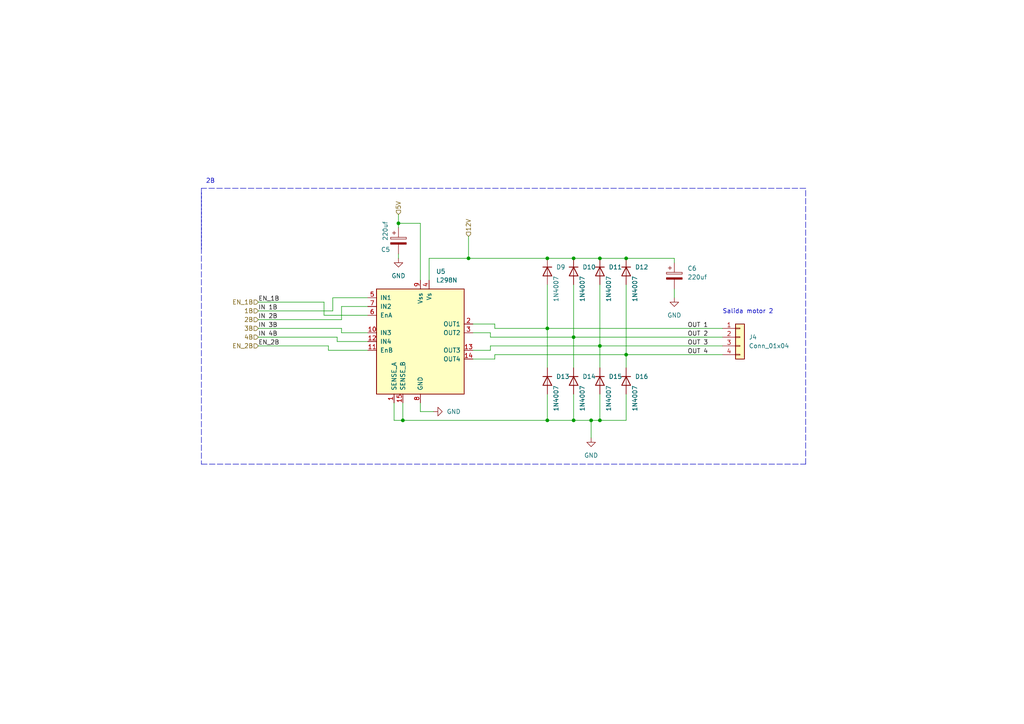
<source format=kicad_sch>
(kicad_sch (version 20211123) (generator eeschema)
  (paper "A4")
  (lib_symbols
    (symbol "Connector_Generic:Conn_01x04" (pin_names (offset 1.016) hide)
      (property "Reference" "J" (at 0 5.08 0))
      (property "Value" "Conn_01x04" (at 0 -7.62 0))
      (symbol "Conn_01x04_1_1"
        (rectangle (start -1.27 -4.953) (end 0 -5.207) (stroke (width 0.1524)))
        (rectangle (start -1.27 -2.413) (end 0 -2.667) (stroke (width 0.1524)))
        (rectangle (start -1.27 0.127) (end 0 -0.127) (stroke (width 0.1524)))
        (rectangle (start -1.27 2.667) (end 0 2.413) (stroke (width 0.1524)))
        (rectangle (start -1.27 3.81) (end 1.27 -6.35) (stroke (width 0.254)) (fill (type background)))
        (pin passive line (at -5.08 2.54 0) (length 3.81) (name "Pin_1") (number "1"))
        (pin passive line (at -5.08 0 0) (length 3.81) (name "Pin_2") (number "2"))
        (pin passive line (at -5.08 -2.54 0) (length 3.81) (name "Pin_3") (number "3"))
        (pin passive line (at -5.08 -5.08 0) (length 3.81) (name "Pin_4") (number "4"))
      )
    )
    (symbol "Device:C_Polarized" (pin_numbers hide) (pin_names (offset 0.254))
      (property "Reference" "C" (at 0.635 2.54 0))
      (property "Value" "C_Polarized" (at 0.635 -2.54 0))
      (symbol "C_Polarized_0_1"
        (rectangle (start -2.286 0.508) (end 2.286 1.016))
        (polyline (pts (xy -1.778 2.286) (xy -0.762 2.286)))
        (polyline (pts (xy -1.27 2.794) (xy -1.27 1.778)))
        (rectangle (start 2.286 -0.508) (end -2.286 -1.016) (fill (type outline)))
      )
      (symbol "C_Polarized_1_1"
        (pin passive line (at 0 3.81 270) (length 2.794) (name "~") (number "1"))
        (pin passive line (at 0 -3.81 90) (length 2.794) (name "~") (number "2"))
      )
    )
    (symbol "Diode:1N4007" (pin_numbers hide) (pin_names (offset 1.016) hide)
      (property "Reference" "D" (at 0 2.54 0))
      (property "Value" "1N4007" (at 0 -2.54 0))
      (symbol "1N4007_0_1"
        (polyline (pts (xy -1.27 1.27) (xy -1.27 -1.27)) (stroke (width 0.254)))
        (polyline (pts (xy 1.27 0) (xy -1.27 0)))
        (polyline (pts (xy 1.27 1.27) (xy 1.27 -1.27) (xy -1.27 0) (xy 1.27 1.27)) (stroke (width 0.254)))
      )
      (symbol "1N4007_1_1"
        (pin passive line (at -3.81 0 0) (length 2.54) (name "K") (number "1"))
        (pin passive line (at 3.81 0 180) (length 2.54) (name "A") (number "2"))
      )
    )
    (symbol "Driver_Motor:L298N" (pin_names (offset 1.016))
      (property "Reference" "U" (at -10.16 16.51 0))
      (property "Value" "L298N" (at 12.7 16.51 0))
      (symbol "L298N_0_1"
        (rectangle (start -12.7 15.24) (end 12.7 -15.24) (stroke (width 0.254)) (fill (type background)))
      )
      (symbol "L298N_1_1"
        (pin power_in line (at -7.62 -17.78 90) (length 2.54) (name "SENSE_A") (number "1"))
        (pin input line (at -15.24 2.54 0) (length 2.54) (name "IN3") (number "10"))
        (pin input line (at -15.24 -2.54 0) (length 2.54) (name "EnB") (number "11"))
        (pin input line (at -15.24 0 0) (length 2.54) (name "IN4") (number "12"))
        (pin output line (at 15.24 -2.54 180) (length 2.54) (name "OUT3") (number "13"))
        (pin output line (at 15.24 -5.08 180) (length 2.54) (name "OUT4") (number "14"))
        (pin power_in line (at -5.08 -17.78 90) (length 2.54) (name "SENSE_B") (number "15"))
        (pin output line (at 15.24 5.08 180) (length 2.54) (name "OUT1") (number "2"))
        (pin output line (at 15.24 2.54 180) (length 2.54) (name "OUT2") (number "3"))
        (pin power_in line (at 2.54 17.78 270) (length 2.54) (name "Vs") (number "4"))
        (pin input line (at -15.24 12.7 0) (length 2.54) (name "IN1") (number "5"))
        (pin input line (at -15.24 7.62 0) (length 2.54) (name "EnA") (number "6"))
        (pin input line (at -15.24 10.16 0) (length 2.54) (name "IN2") (number "7"))
        (pin power_in line (at 0 -17.78 90) (length 2.54) (name "GND") (number "8"))
        (pin power_in line (at 0 17.78 270) (length 2.54) (name "Vss") (number "9"))
      )
    )
    (symbol "power:GND" (power) (pin_names (offset 0))
      (property "Value" "GND" (at 0 -3.81 0))
      (symbol "GND_0_1"
        (polyline (pts (xy 0 0) (xy 0 -1.27) (xy 1.27 -1.27) (xy 0 -2.54) (xy -1.27 -1.27) (xy 0 -1.27)))
      )
      (symbol "GND_1_1"
        (pin power_in line (at 0 0 270) (length 0) hide (name "GND") (number "1"))
      )
    )
  )
  (junction (at 166.37 97.79))
  (junction (at 158.75 95.25))
  (junction (at 166.37 74.93))
  (junction (at 115.57 64.77))
  (junction (at 171.45 121.92))
  (junction (at 158.75 74.93))
  (junction (at 181.61 74.93))
  (junction (at 116.84 121.92))
  (junction (at 158.75 121.92))
  (junction (at 173.99 74.93))
  (junction (at 181.61 102.87))
  (junction (at 135.89 74.93))
  (junction (at 173.99 121.92))
  (junction (at 173.99 100.33))
  (junction (at 166.37 121.92))
  (wire (pts (xy 137.16 101.6) (xy 142.24 101.6)))
  (wire (pts (xy 142.24 97.79) (xy 166.37 97.79)))
  (wire (pts (xy 114.3 121.92) (xy 116.84 121.92)))
  (wire (pts (xy 93.98 91.44) (xy 93.98 87.63)))
  (polyline (pts (xy 58.42 134.62) (xy 233.68 134.62)))
  (wire (pts (xy 173.99 121.92) (xy 171.45 121.92)))
  (wire (pts (xy 158.75 121.92) (xy 166.37 121.92)))
  (wire (pts (xy 121.92 119.38) (xy 125.73 119.38)))
  (wire (pts (xy 106.68 88.9) (xy 99.06 88.9)))
  (wire (pts (xy 158.75 74.93) (xy 166.37 74.93)))
  (polyline (pts (xy 233.68 134.62) (xy 233.68 54.61)))
  (wire (pts (xy 142.24 96.52) (xy 142.24 97.79)))
  (wire (pts (xy 99.06 96.52) (xy 99.06 95.25)))
  (wire (pts (xy 115.57 64.77) (xy 115.57 66.04)))
  (wire (pts (xy 195.58 83.82) (xy 195.58 86.36)))
  (wire (pts (xy 137.16 104.14) (xy 143.51 104.14)))
  (wire (pts (xy 158.75 95.25) (xy 209.55 95.25)))
  (wire (pts (xy 195.58 76.2) (xy 195.58 74.93)))
  (wire (pts (xy 124.46 74.93) (xy 135.89 74.93)))
  (wire (pts (xy 135.89 68.58) (xy 135.89 74.93)))
  (wire (pts (xy 96.52 86.36) (xy 96.52 90.17)))
  (wire (pts (xy 99.06 95.25) (xy 74.93 95.25)))
  (wire (pts (xy 106.68 99.06) (xy 97.79 99.06)))
  (wire (pts (xy 158.75 114.3) (xy 158.75 121.92)))
  (wire (pts (xy 97.79 97.79) (xy 74.93 97.79)))
  (wire (pts (xy 106.68 101.6) (xy 95.25 101.6)))
  (wire (pts (xy 143.51 102.87) (xy 181.61 102.87)))
  (wire (pts (xy 143.51 104.14) (xy 143.51 102.87)))
  (wire (pts (xy 114.3 116.84) (xy 114.3 121.92)))
  (wire (pts (xy 97.79 99.06) (xy 97.79 97.79)))
  (wire (pts (xy 181.61 102.87) (xy 209.55 102.87)))
  (wire (pts (xy 166.37 121.92) (xy 171.45 121.92)))
  (wire (pts (xy 106.68 86.36) (xy 96.52 86.36)))
  (wire (pts (xy 99.06 88.9) (xy 99.06 92.71)))
  (wire (pts (xy 124.46 81.28) (xy 124.46 74.93)))
  (wire (pts (xy 181.61 82.55) (xy 181.61 102.87)))
  (wire (pts (xy 93.98 87.63) (xy 74.93 87.63)))
  (wire (pts (xy 166.37 97.79) (xy 166.37 106.68)))
  (wire (pts (xy 137.16 96.52) (xy 142.24 96.52)))
  (wire (pts (xy 173.99 82.55) (xy 173.99 100.33)))
  (wire (pts (xy 173.99 114.3) (xy 173.99 121.92)))
  (wire (pts (xy 142.24 100.33) (xy 173.99 100.33)))
  (wire (pts (xy 181.61 74.93) (xy 195.58 74.93)))
  (wire (pts (xy 106.68 91.44) (xy 93.98 91.44)))
  (wire (pts (xy 99.06 92.71) (xy 74.93 92.71)))
  (wire (pts (xy 171.45 121.92) (xy 171.45 127)))
  (wire (pts (xy 106.68 96.52) (xy 99.06 96.52)))
  (wire (pts (xy 135.89 74.93) (xy 158.75 74.93)))
  (wire (pts (xy 115.57 62.23) (xy 115.57 64.77)))
  (wire (pts (xy 121.92 64.77) (xy 115.57 64.77)))
  (wire (pts (xy 116.84 116.84) (xy 116.84 121.92)))
  (wire (pts (xy 173.99 100.33) (xy 173.99 106.68)))
  (polyline (pts (xy 58.42 54.61) (xy 58.42 72.39)))
  (wire (pts (xy 181.61 121.92) (xy 173.99 121.92)))
  (wire (pts (xy 166.37 82.55) (xy 166.37 97.79)))
  (polyline (pts (xy 233.68 54.61) (xy 58.42 54.61)))
  (wire (pts (xy 158.75 95.25) (xy 158.75 106.68)))
  (wire (pts (xy 173.99 100.33) (xy 209.55 100.33)))
  (wire (pts (xy 121.92 64.77) (xy 121.92 81.28)))
  (wire (pts (xy 115.57 73.66) (xy 115.57 74.93)))
  (wire (pts (xy 143.51 93.98) (xy 143.51 95.25)))
  (wire (pts (xy 166.37 74.93) (xy 173.99 74.93)))
  (polyline (pts (xy 58.42 55.88) (xy 58.42 134.62)))
  (wire (pts (xy 143.51 95.25) (xy 158.75 95.25)))
  (wire (pts (xy 166.37 97.79) (xy 209.55 97.79)))
  (wire (pts (xy 95.25 100.33) (xy 74.93 100.33)))
  (wire (pts (xy 95.25 101.6) (xy 95.25 100.33)))
  (wire (pts (xy 96.52 90.17) (xy 74.93 90.17)))
  (wire (pts (xy 137.16 93.98) (xy 143.51 93.98)))
  (wire (pts (xy 166.37 114.3) (xy 166.37 121.92)))
  (wire (pts (xy 158.75 82.55) (xy 158.75 95.25)))
  (wire (pts (xy 181.61 102.87) (xy 181.61 106.68)))
  (wire (pts (xy 142.24 101.6) (xy 142.24 100.33)))
  (wire (pts (xy 116.84 121.92) (xy 158.75 121.92)))
  (wire (pts (xy 173.99 74.93) (xy 181.61 74.93)))
  (wire (pts (xy 181.61 114.3) (xy 181.61 121.92)))
  (wire (pts (xy 121.92 116.84) (xy 121.92 119.38)))
  (text "Salida motor 2\n\n\n" (at 209.55 95.25 0) (effects (font (size 1.27 1.27)) (justify left bottom)))
  (text "2B" (at 59.69 53.34 0) (effects (font (size 1.27 1.27)) (justify left bottom)))
  (label "IN 3B" (at 74.93 95.25 0))
  (label "IN 2B" (at 74.93 92.71 0))
  (label "OUT 3" (at 199.39 100.33 0))
  (label "OUT 1" (at 199.39 95.25 0))
  (label "IN 4B" (at 74.93 97.79 0))
  (label "IN 1B" (at 74.93 90.17 0))
  (label "OUT 2" (at 199.39 97.79 0))
  (label "EN_1B" (at 74.93 87.63 0))
  (label "OUT 4" (at 199.39 102.87 0))
  (label "EN_2B" (at 74.93 100.33 0))
  (hierarchical_label "4B" (shape input) (at 74.93 97.79 180))
  (hierarchical_label "EN_2B" (shape input) (at 74.93 100.33 180))
  (hierarchical_label "12V" (shape input) (at 135.89 68.58 90))
  (hierarchical_label "1B" (shape input) (at 74.93 90.17 180))
  (hierarchical_label "3B" (shape input) (at 74.93 95.25 180))
  (hierarchical_label "5V" (shape input) (at 115.57 62.23 90))
  (hierarchical_label "2B" (shape input) (at 74.93 92.71 180))
  (hierarchical_label "EN_1B" (shape input) (at 74.93 87.63 180))
  (symbol (lib_id "Diode:1N4007") (at 158.75 110.49 270) (unit 1)
    (property "Reference" "D13" (at 161.29 109.2199 90) (effects (justify left)))
    (property "Value" "1N4007" (at 161.29 111.7599 0) (effects (justify left)))
    (property "Footprint" "M7:DIOM505270X240" (effects hide))
    (property "Datasheet" "http://www.vishay.com/docs/88503/1n4001.pdf" (effects hide))
  )
  (symbol (lib_id "Device:C_Polarized") (at 195.58 80.01 0) (unit 1)
    (property "Reference" "C6" (at 199.39 77.8509 0) (effects (justify left)))
    (property "Value" "220uf" (at 199.39 80.3909 0) (effects (justify left)))
    (property "Footprint" "Capacitor_SMD:CP_Elec_8x10" (effects hide))
  )
  (symbol (lib_id "Diode:1N4007") (at 158.75 78.74 270) (unit 1)
    (property "Reference" "D9" (at 161.29 77.4699 90) (effects (justify left)))
    (property "Value" "1N4007" (at 161.29 80.0099 0) (effects (justify left)))
    (property "Footprint" "M7:DIOM505270X240" (effects hide))
    (property "Datasheet" "http://www.vishay.com/docs/88503/1n4001.pdf" (effects hide))
  )
  (symbol (lib_id "Device:C_Polarized") (at 115.57 69.85 0) (unit 1)
    (property "Reference" "C5" (at 110.49 72.39 0) (effects (justify left)))
    (property "Value" "220uf" (at 111.76 69.85 90) (effects (justify left)))
    (property "Footprint" "Capacitor_SMD:CP_Elec_8x10" (effects hide))
  )
  (symbol (lib_id "Driver_Motor:L298N") (at 121.92 99.06 0) (unit 1)
    (property "Reference" "U5" (at 126.4794 78.74 0) (effects (justify left)))
    (property "Value" "L298N" (at 126.4794 81.28 0) (effects (justify left)))
    (property "Footprint" "Package_TO_SOT_THT:TO-220-15_P2.54x2.54mm_StaggerOdd_Lead4.58mm_Vertical" (effects hide))
    (property "Datasheet" "http://www.st.com/st-web-ui/static/active/en/resource/technical/document/datasheet/CD00000240.pdf" (effects hide))
  )
  (symbol (lib_id "power:GND") (at 125.73 119.38 90) (unit 1)
    (property "Reference" "#PWR0133" (effects hide))
    (property "Value" "GND" (at 129.54 119.3799 90) (effects (justify right)))
  )
  (symbol (lib_id "power:GND") (at 171.45 127 0) (unit 1)
    (property "Reference" "#PWR0132" (effects hide))
    (property "Value" "GND" (at 171.45 132.08 0))
  )
  (symbol (lib_id "Diode:1N4007") (at 181.61 78.74 270) (unit 1)
    (property "Reference" "D12" (at 184.15 77.4699 90) (effects (justify left)))
    (property "Value" "1N4007" (at 184.15 80.0099 0) (effects (justify left)))
    (property "Footprint" "M7:DIOM505270X240" (effects hide))
    (property "Datasheet" "http://www.vishay.com/docs/88503/1n4001.pdf" (effects hide))
  )
  (symbol (lib_id "Connector_Generic:Conn_01x04") (at 214.63 97.79 0) (unit 1)
    (property "Reference" "J4" (at 217.17 97.7899 0) (effects (justify left)))
    (property "Value" "Conn_01x04" (at 217.17 100.3299 0) (effects (justify left)))
    (property "Footprint" "Connector_JST:JST_EH_B4B-EH-A_1x04_P2.50mm_Vertical" (effects hide))
  )
  (symbol (lib_id "Diode:1N4007") (at 181.61 110.49 270) (unit 1)
    (property "Reference" "D16" (at 184.15 109.2199 90) (effects (justify left)))
    (property "Value" "1N4007" (at 184.15 111.7599 0) (effects (justify left)))
    (property "Footprint" "M7:DIOM505270X240" (effects hide))
    (property "Datasheet" "http://www.vishay.com/docs/88503/1n4001.pdf" (effects hide))
  )
  (symbol (lib_id "Diode:1N4007") (at 166.37 78.74 270) (unit 1)
    (property "Reference" "D10" (at 168.91 77.4699 90) (effects (justify left)))
    (property "Value" "1N4007" (at 168.91 80.0099 0) (effects (justify left)))
    (property "Footprint" "M7:DIOM505270X240" (effects hide))
    (property "Datasheet" "http://www.vishay.com/docs/88503/1n4001.pdf" (effects hide))
  )
  (symbol (lib_id "Diode:1N4007") (at 166.37 110.49 270) (unit 1)
    (property "Reference" "D14" (at 168.91 109.2199 90) (effects (justify left)))
    (property "Value" "1N4007" (at 168.91 111.7599 0) (effects (justify left)))
    (property "Footprint" "M7:DIOM505270X240" (effects hide))
    (property "Datasheet" "http://www.vishay.com/docs/88503/1n4001.pdf" (effects hide))
  )
  (symbol (lib_id "power:GND") (at 115.57 74.93 0) (unit 1)
    (property "Reference" "#PWR0129" (effects hide))
    (property "Value" "GND" (at 115.57 80.01 0))
  )
  (symbol (lib_id "power:GND") (at 195.58 86.36 0) (unit 1)
    (property "Reference" "#PWR0128" (effects hide))
    (property "Value" "GND" (at 195.58 91.44 0))
  )
  (symbol (lib_id "Diode:1N4007") (at 173.99 78.74 270) (unit 1)
    (property "Reference" "D11" (at 176.53 77.4699 90) (effects (justify left)))
    (property "Value" "1N4007" (at 176.53 80.0099 0) (effects (justify left)))
    (property "Footprint" "M7:DIOM505270X240" (effects hide))
    (property "Datasheet" "http://www.vishay.com/docs/88503/1n4001.pdf" (effects hide))
  )
  (symbol (lib_id "Diode:1N4007") (at 173.99 110.49 270) (unit 1)
    (property "Reference" "D15" (at 176.53 109.2199 90) (effects (justify left)))
    (property "Value" "1N4007" (at 176.53 111.7599 0) (effects (justify left)))
    (property "Footprint" "M7:DIOM505270X240" (effects hide))
    (property "Datasheet" "http://www.vishay.com/docs/88503/1n4001.pdf" (effects hide))
  )
)
</source>
